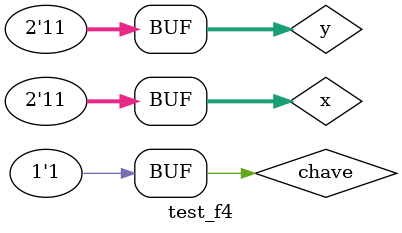
<source format=v>
 
module f4 (output[1:0] s, input[1:0] a, input[1:0] b, input chave); 
	wire[1:0] s0; 
	wire[1:0] s1; 
	
	and and1(s0[0], ~a[0], b[0]);
	and and2(s0[1], ~a[1], b[1]);
	and and3(s1[0], a[0], ~b[0]);
	and and4(s1[1], a[1], ~b[1]);

	assign s = (chave)? s1: s0;              // usar apenas portas
	

endmodule // f4 
 
module test_f4; 
// ------------------------- definir dados 
       reg[1:0] x; 
       reg[1:0] y; 
       wire[1:0] z; 
		 reg chave;
 
       f4 modulo (z, x, y, chave); 
 
// ------------------------- parte principal 
 
   initial begin 
         $display("Exemplo0037 - Marcio Enio G Dutra Junior - 441698"); 
         $display("Test LU's module"); 
			
			  chave = 0;
           x = 2'b00;       y = 2'b00; 
 
   // projetar testes do modulo 
   #1   $monitor("%3b %3b = %3b \tChave = %3b",x,y,z,chave); 
	#1   x = 2'b00;  y = 2'b01; 
	#1   x = 2'b00;  y = 2'b10; 
	#1   x = 2'b00;  y = 2'b11; 
	#1   x = 2'b01;  y = 2'b00; 
	#1   x = 2'b01;  y = 2'b01; 
	#1   x = 2'b01;  y = 2'b10; 
	#1   x = 2'b01;  y = 2'b11;
	#1   x = 2'b10;  y = 2'b00; 
	#1   x = 2'b10;  y = 2'b01; 
	#1   x = 2'b10;  y = 2'b10; 
	#1   x = 2'b10;  y = 2'b11;
	#1   x = 2'b11;  y = 2'b00; 
	#1   x = 2'b11;  y = 2'b01; 
	#1   x = 2'b11;  y = 2'b10; 
	#1   x = 2'b11;  y = 2'b11;
	#1   x = 2'b00;  y = 2'b00;
	#1	  chave = 1;
		  $display("");
	#1   x = 2'b00;  y = 2'b01; 
	#1   x = 2'b00;  y = 2'b10; 
	#1   x = 2'b00;  y = 2'b11; 
	#1   x = 2'b01;  y = 2'b00; 
	#1   x = 2'b01;  y = 2'b01; 
	#1   x = 2'b01;  y = 2'b10; 
	#1   x = 2'b01;  y = 2'b11;
	#1   x = 2'b10;  y = 2'b00; 
	#1   x = 2'b10;  y = 2'b01; 
	#1   x = 2'b10;  y = 2'b10; 
	#1   x = 2'b10;  y = 2'b11;
	#1   x = 2'b11;  y = 2'b00; 
	#1   x = 2'b11;  y = 2'b01; 
	#1   x = 2'b11;  y = 2'b10; 
	#1   x = 2'b11;  y = 2'b11;
 
   end 
 
endmodule // test_f4
</source>
